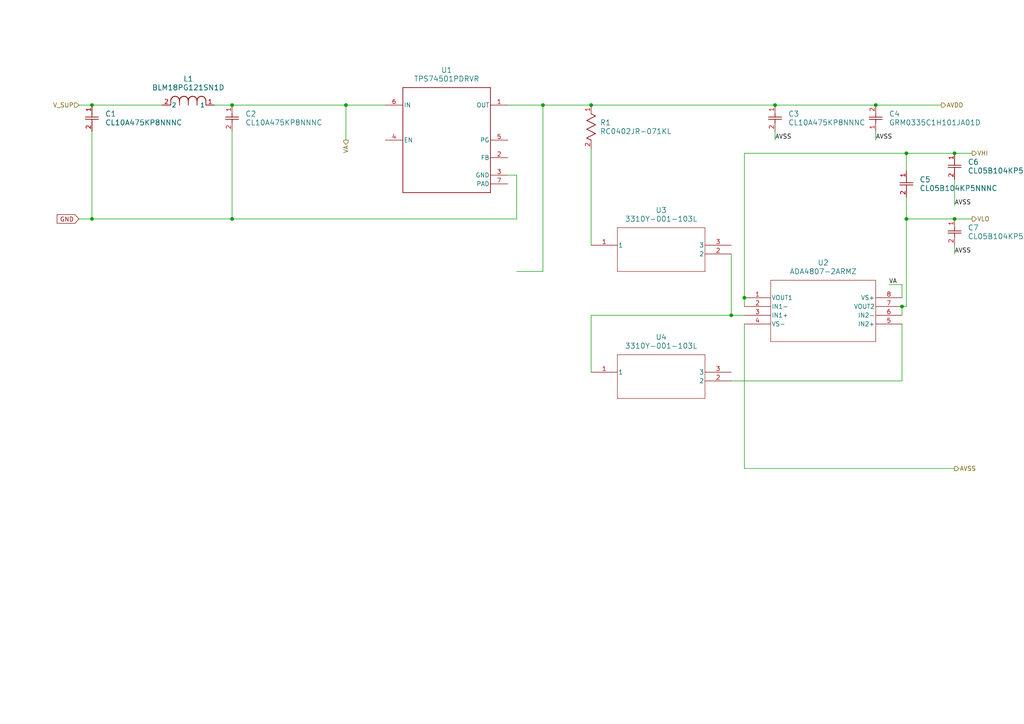
<source format=kicad_sch>
(kicad_sch (version 20231120) (generator "eeschema") (generator_version "8.0")
  (paper "A4")
  (lib_symbols
    (symbol "LDO:TPS74501PDRVR" (pin_names (offset 0.254))
      (property "Reference" "U" (at 0 2.54 0))
      (property "Value" "TPS74501PDRVR" (at 0 0 0))
      (symbol "TPS74501PDRVR_0_1"
        (polyline (pts (xy -12.7 -15.24) (xy 12.7 -15.24)) (stroke (width 0.2032)))
        (polyline (pts (xy -12.7 15.24) (xy -12.7 -15.24)) (stroke (width 0.2032)))
        (polyline (pts (xy 12.7 -15.24) (xy 12.7 15.24)) (stroke (width 0.2032)))
        (polyline (pts (xy 12.7 15.24) (xy -12.7 15.24)) (stroke (width 0.2032)))
        (pin power_in line (at 17.78 10.16 180) (length 5.08) (name "OUT") (number "1"))
        (pin input line (at 17.78 -5.08 180) (length 5.08) (name "FB") (number "2"))
        (pin power_in line (at 17.78 -10.16 180) (length 5.08) (name "GND") (number "3"))
        (pin input line (at -17.78 0 0) (length 5.08) (name "EN") (number "4"))
        (pin open_collector line (at 17.78 0 180) (length 5.08) (name "PG") (number "5"))
        (pin power_in line (at -17.78 10.16 0) (length 5.08) (name "IN") (number "6"))
        (pin power_in line (at 17.78 -12.7 180) (length 5.08) (name "PAD") (number "7"))
      )
    )
    (symbol "cap100nF:CL05B104KP5NNNC" (pin_names (offset 0.254))
      (property "Reference" "C" (at 3.81 3.81 0))
      (property "Value" "CL05B104KP5NNNC" (at 3.81 -3.81 0))
      (symbol "CL05B104KP5NNNC_1_1"
        (polyline (pts (xy 2.54 0) (xy 3.4798 0)) (stroke (width 0.2032)))
        (polyline (pts (xy 3.4798 -1.905) (xy 3.4798 1.905)) (stroke (width 0.2032)))
        (polyline (pts (xy 4.1148 -1.905) (xy 4.1148 1.905)) (stroke (width 0.2032)))
        (polyline (pts (xy 4.1148 0) (xy 5.08 0)) (stroke (width 0.2032)))
        (pin unspecified line (at 0 0 0) (length 2.54) (name "") (number "1"))
        (pin unspecified line (at 7.62 0 180) (length 2.54) (name "") (number "2"))
      )
      (symbol "CL05B104KP5NNNC_1_2"
        (polyline (pts (xy -1.905 -4.1148) (xy 1.905 -4.1148)) (stroke (width 0.2032)))
        (polyline (pts (xy -1.905 -3.4798) (xy 1.905 -3.4798)) (stroke (width 0.2032)))
        (polyline (pts (xy 0 -4.1148) (xy 0 -5.08)) (stroke (width 0.2032)))
        (polyline (pts (xy 0 -2.54) (xy 0 -3.4798)) (stroke (width 0.2032)))
        (pin unspecified line (at 0 0 270) (length 2.54) (name "") (number "1"))
        (pin unspecified line (at 0 -7.62 90) (length 2.54) (name "") (number "2"))
      )
    )
    (symbol "cap100pF:GRM0335C1H101JA01D" (pin_names (offset 0.254))
      (property "Reference" "C" (at 3.81 3.81 0))
      (property "Value" "GRM0335C1H101JA01D" (at 3.81 -3.81 0))
      (symbol "GRM0335C1H101JA01D_1_1"
        (polyline (pts (xy 2.54 0) (xy 3.4798 0)) (stroke (width 0.2032)))
        (polyline (pts (xy 3.4798 -1.905) (xy 3.4798 1.905)) (stroke (width 0.2032)))
        (polyline (pts (xy 4.1148 -1.905) (xy 4.1148 1.905)) (stroke (width 0.2032)))
        (polyline (pts (xy 4.1148 0) (xy 5.08 0)) (stroke (width 0.2032)))
        (pin unspecified line (at 0 0 0) (length 2.54) (name "") (number "1"))
        (pin unspecified line (at 7.62 0 180) (length 2.54) (name "") (number "2"))
      )
      (symbol "GRM0335C1H101JA01D_1_2"
        (polyline (pts (xy -1.905 -4.1148) (xy 1.905 -4.1148)) (stroke (width 0.2032)))
        (polyline (pts (xy -1.905 -3.4798) (xy 1.905 -3.4798)) (stroke (width 0.2032)))
        (polyline (pts (xy 0 -4.1148) (xy 0 -5.08)) (stroke (width 0.2032)))
        (polyline (pts (xy 0 -2.54) (xy 0 -3.4798)) (stroke (width 0.2032)))
        (pin unspecified line (at 0 0 270) (length 2.54) (name "") (number "1"))
        (pin unspecified line (at 0 -7.62 90) (length 2.54) (name "") (number "2"))
      )
    )
    (symbol "cap4.7uF:CL10A475KP8NNNC" (pin_names (offset 0.254))
      (property "Reference" "C" (at 3.81 3.81 0))
      (property "Value" "CL10A475KP8NNNC" (at 3.81 -3.81 0))
      (symbol "CL10A475KP8NNNC_1_1"
        (polyline (pts (xy 2.54 0) (xy 3.4798 0)) (stroke (width 0.2032)))
        (polyline (pts (xy 3.4798 -1.905) (xy 3.4798 1.905)) (stroke (width 0.2032)))
        (polyline (pts (xy 4.1148 -1.905) (xy 4.1148 1.905)) (stroke (width 0.2032)))
        (polyline (pts (xy 4.1148 0) (xy 5.08 0)) (stroke (width 0.2032)))
        (pin unspecified line (at 0 0 0) (length 2.54) (name "") (number "1"))
        (pin unspecified line (at 7.62 0 180) (length 2.54) (name "") (number "2"))
      )
      (symbol "CL10A475KP8NNNC_1_2"
        (polyline (pts (xy -1.905 -4.1148) (xy 1.905 -4.1148)) (stroke (width 0.2032)))
        (polyline (pts (xy -1.905 -3.4798) (xy 1.905 -3.4798)) (stroke (width 0.2032)))
        (polyline (pts (xy 0 -4.1148) (xy 0 -5.08)) (stroke (width 0.2032)))
        (polyline (pts (xy 0 -2.54) (xy 0 -3.4798)) (stroke (width 0.2032)))
        (pin unspecified line (at 0 0 270) (length 2.54) (name "") (number "1"))
        (pin unspecified line (at 0 -7.62 90) (length 2.54) (name "") (number "2"))
      )
    )
    (symbol "ferriteBeads120Ohm:BLM18PG121SN1D" (pin_names (offset 0.254))
      (property "Reference" "L" (at 6.985 5.08 0))
      (property "Value" "BLM18PG121SN1D" (at 6.985 -2.54 0))
      (symbol "BLM18PG121SN1D_1_1"
        (polyline (pts (xy 2.54 0) (xy 2.54 1.27)) (stroke (width 0.2032)))
        (polyline (pts (xy 5.08 0) (xy 5.08 1.27)) (stroke (width 0.2032)))
        (polyline (pts (xy 7.62 0) (xy 7.62 1.27)) (stroke (width 0.2032)))
        (polyline (pts (xy 10.16 0) (xy 10.16 1.27)) (stroke (width 0.2032)))
        (polyline (pts (xy 12.7 0) (xy 12.7 1.27)) (stroke (width 0.2032)))
        (arc (start 5.08 1.27) (mid 3.81 2.5344) (end 2.54 1.27) (stroke (width 0.254)))
        (arc (start 7.62 1.27) (mid 6.35 2.5344) (end 5.08 1.27) (stroke (width 0.254)))
        (arc (start 10.16 1.27) (mid 8.89 2.5344) (end 7.62 1.27) (stroke (width 0.254)))
        (arc (start 12.7 1.27) (mid 11.43 2.5344) (end 10.16 1.27) (stroke (width 0.254)))
        (pin unspecified line (at 15.24 0 180) (length 2.54) (name "1") (number "1"))
        (pin unspecified line (at 0 0 0) (length 2.54) (name "2") (number "2"))
      )
      (symbol "BLM18PG121SN1D_1_2"
        (arc (start -1.27 5.08) (mid -2.5344 3.81) (end -1.27 2.54) (stroke (width 0.254)))
        (arc (start -1.27 7.62) (mid -2.5344 6.35) (end -1.27 5.08) (stroke (width 0.254)))
        (arc (start -1.27 10.16) (mid -2.5344 8.89) (end -1.27 7.62) (stroke (width 0.254)))
        (arc (start -1.27 12.7) (mid -2.5344 11.43) (end -1.27 10.16) (stroke (width 0.254)))
        (polyline (pts (xy 0 2.54) (xy -1.27 2.54)) (stroke (width 0.2032)))
        (polyline (pts (xy 0 5.08) (xy -1.27 5.08)) (stroke (width 0.2032)))
        (polyline (pts (xy 0 7.62) (xy -1.27 7.62)) (stroke (width 0.2032)))
        (polyline (pts (xy 0 10.16) (xy -1.27 10.16)) (stroke (width 0.2032)))
        (polyline (pts (xy 0 12.7) (xy -1.27 12.7)) (stroke (width 0.2032)))
        (pin unspecified line (at 0 15.24 270) (length 2.54) (name "1") (number "1"))
        (pin unspecified line (at 0 0 90) (length 2.54) (name "2") (number "2"))
      )
    )
    (symbol "opAmp:ADA4807-2ARMZ" (pin_names (offset 0.254))
      (property "Reference" "U" (at 22.86 10.16 0))
      (property "Value" "ADA4807-2ARMZ" (at 22.86 7.62 0))
      (symbol "ADA4807-2ARMZ_0_1"
        (polyline (pts (xy 7.62 -12.7) (xy 38.1 -12.7)) (stroke (width 0.127)))
        (polyline (pts (xy 7.62 5.08) (xy 7.62 -12.7)) (stroke (width 0.127)))
        (polyline (pts (xy 38.1 -12.7) (xy 38.1 5.08)) (stroke (width 0.127)))
        (polyline (pts (xy 38.1 5.08) (xy 7.62 5.08)) (stroke (width 0.127)))
        (pin output line (at 0 0 0) (length 7.62) (name "VOUT1") (number "1"))
        (pin input line (at 0 -2.54 0) (length 7.62) (name "IN1-") (number "2"))
        (pin input line (at 0 -5.08 0) (length 7.62) (name "IN1+") (number "3"))
        (pin power_in line (at 0 -7.62 0) (length 7.62) (name "VS-") (number "4"))
        (pin input line (at 45.72 -7.62 180) (length 7.62) (name "IN2+") (number "5"))
        (pin input line (at 45.72 -5.08 180) (length 7.62) (name "IN2-") (number "6"))
        (pin output line (at 45.72 -2.54 180) (length 7.62) (name "VOUT2") (number "7"))
        (pin power_in line (at 45.72 0 180) (length 7.62) (name "VS+") (number "8"))
      )
    )
    (symbol "potentiometer:3310Y-001-103L" (pin_names (offset 0.254))
      (property "Reference" "U" (at 20.32 10.16 0))
      (property "Value" "3310Y-001-103L" (at 20.32 7.62 0))
      (symbol "3310Y-001-103L_0_1"
        (polyline (pts (xy 7.62 -7.62) (xy 33.02 -7.62)) (stroke (width 0.127)))
        (polyline (pts (xy 7.62 5.08) (xy 7.62 -7.62)) (stroke (width 0.127)))
        (polyline (pts (xy 33.02 -7.62) (xy 33.02 5.08)) (stroke (width 0.127)))
        (polyline (pts (xy 33.02 5.08) (xy 7.62 5.08)) (stroke (width 0.127)))
        (pin unspecified line (at 0 0 0) (length 7.62) (name "1") (number "1"))
        (pin unspecified line (at 40.64 -2.54 180) (length 7.62) (name "2") (number "2"))
        (pin unspecified line (at 40.64 0 180) (length 7.62) (name "3") (number "3"))
      )
    )
    (symbol "resistor1k:RC0402JR-071KL" (pin_names (offset 0.254))
      (property "Reference" "R" (at 5.715 3.81 0))
      (property "Value" "RC0402JR-071KL" (at 6.35 -3.81 0))
      (symbol "RC0402JR-071KL_1_1"
        (polyline (pts (xy 2.54 0) (xy 3.175 1.27)) (stroke (width 0.2032)))
        (polyline (pts (xy 3.175 1.27) (xy 4.445 -1.27)) (stroke (width 0.2032)))
        (polyline (pts (xy 4.445 -1.27) (xy 5.715 1.27)) (stroke (width 0.2032)))
        (polyline (pts (xy 5.715 1.27) (xy 6.985 -1.27)) (stroke (width 0.2032)))
        (polyline (pts (xy 6.985 -1.27) (xy 8.255 1.27)) (stroke (width 0.2032)))
        (polyline (pts (xy 8.255 1.27) (xy 9.525 -1.27)) (stroke (width 0.2032)))
        (polyline (pts (xy 9.525 -1.27) (xy 10.16 0)) (stroke (width 0.2032)))
        (pin unspecified line (at 12.7 0 180) (length 2.54) (name "") (number "1"))
        (pin unspecified line (at 0 0 0) (length 2.54) (name "") (number "2"))
      )
      (symbol "RC0402JR-071KL_1_2"
        (polyline (pts (xy -1.27 3.175) (xy 1.27 4.445)) (stroke (width 0.2032)))
        (polyline (pts (xy -1.27 5.715) (xy 1.27 6.985)) (stroke (width 0.2032)))
        (polyline (pts (xy -1.27 8.255) (xy 1.27 9.525)) (stroke (width 0.2032)))
        (polyline (pts (xy 0 2.54) (xy -1.27 3.175)) (stroke (width 0.2032)))
        (polyline (pts (xy 1.27 4.445) (xy -1.27 5.715)) (stroke (width 0.2032)))
        (polyline (pts (xy 1.27 6.985) (xy -1.27 8.255)) (stroke (width 0.2032)))
        (polyline (pts (xy 1.27 9.525) (xy 0 10.16)) (stroke (width 0.2032)))
        (pin unspecified line (at 0 12.7 270) (length 2.54) (name "") (number "1"))
        (pin unspecified line (at 0 0 90) (length 2.54) (name "") (number "2"))
      )
    )
  )
  (junction (at 26.67 63.5))
  (junction (at 276.86 44.45))
  (junction (at 262.89 63.5))
  (junction (at 212.09 91.44))
  (junction (at 26.67 30.48))
  (junction (at 224.79 30.48))
  (junction (at 261.62 88.9))
  (junction (at 157.48 30.48))
  (junction (at 100.33 30.48))
  (junction (at 276.86 63.5))
  (junction (at 67.31 63.5))
  (junction (at 171.45 30.48))
  (junction (at 67.31 30.48))
  (junction (at 215.9 86.36))
  (junction (at 254 30.48))
  (junction (at 262.89 44.45))
  (wire (pts (xy 254 30.48) (xy 273.05 30.48)))
  (wire (pts (xy 276.86 63.5) (xy 281.94 63.5)))
  (wire (pts (xy 261.62 110.49) (xy 261.62 93.98)))
  (wire (pts (xy 67.31 38.1) (xy 67.31 63.5)))
  (wire (pts (xy 22.86 30.48) (xy 26.67 30.48)))
  (wire (pts (xy 157.48 30.48) (xy 171.45 30.48)))
  (wire (pts (xy 149.86 63.5) (xy 67.31 63.5)))
  (wire (pts (xy 100.33 30.48) (xy 111.76 30.48)))
  (wire (pts (xy 171.45 91.44) (xy 171.45 107.95)))
  (wire (pts (xy 149.86 78.74) (xy 157.48 78.74)))
  (wire (pts (xy 26.67 38.1) (xy 26.67 63.5)))
  (wire (pts (xy 26.67 63.5) (xy 22.86 63.5)))
  (wire (pts (xy 224.79 38.1) (xy 224.79 40.64)))
  (wire (pts (xy 215.9 86.36) (xy 215.9 88.9)))
  (wire (pts (xy 276.86 44.45) (xy 281.94 44.45)))
  (wire (pts (xy 276.86 71.12) (xy 276.86 73.66)))
  (wire (pts (xy 67.31 30.48) (xy 100.33 30.48)))
  (wire (pts (xy 212.09 91.44) (xy 171.45 91.44)))
  (wire (pts (xy 67.31 63.5) (xy 26.67 63.5)))
  (wire (pts (xy 26.67 30.48) (xy 46.99 30.48)))
  (wire (pts (xy 171.45 43.18) (xy 171.45 71.12)))
  (wire (pts (xy 261.62 88.9) (xy 262.89 88.9)))
  (wire (pts (xy 262.89 63.5) (xy 262.89 88.9)))
  (wire (pts (xy 257.81 82.55) (xy 261.62 82.55)))
  (wire (pts (xy 215.9 135.89) (xy 276.86 135.89)))
  (wire (pts (xy 147.32 30.48) (xy 157.48 30.48)))
  (wire (pts (xy 215.9 86.36) (xy 215.9 44.45)))
  (wire (pts (xy 261.62 82.55) (xy 261.62 86.36)))
  (wire (pts (xy 212.09 110.49) (xy 261.62 110.49)))
  (wire (pts (xy 171.45 30.48) (xy 224.79 30.48)))
  (wire (pts (xy 212.09 91.44) (xy 215.9 91.44)))
  (wire (pts (xy 149.86 50.8) (xy 149.86 63.5)))
  (wire (pts (xy 62.23 30.48) (xy 67.31 30.48)))
  (wire (pts (xy 147.32 50.8) (xy 149.86 50.8)))
  (wire (pts (xy 215.9 44.45) (xy 262.89 44.45)))
  (wire (pts (xy 262.89 44.45) (xy 276.86 44.45)))
  (wire (pts (xy 100.33 30.48) (xy 100.33 40.64)))
  (wire (pts (xy 157.48 30.48) (xy 157.48 78.74)))
  (wire (pts (xy 215.9 93.98) (xy 215.9 135.89)))
  (wire (pts (xy 254 38.1) (xy 254 40.64)))
  (wire (pts (xy 224.79 30.48) (xy 254 30.48)))
  (wire (pts (xy 262.89 57.15) (xy 262.89 63.5)))
  (wire (pts (xy 276.86 52.07) (xy 276.86 59.69)))
  (wire (pts (xy 262.89 63.5) (xy 276.86 63.5)))
  (wire (pts (xy 212.09 73.66) (xy 212.09 91.44)))
  (wire (pts (xy 261.62 88.9) (xy 261.62 91.44)))
  (wire (pts (xy 262.89 44.45) (xy 262.89 49.53)))
  (label "AVSS" (at 224.79 40.64 0))
  (label "AVSS" (at 276.86 73.66 0))
  (label "VA" (at 257.81 82.55 0))
  (label "AVSS" (at 254 40.64 0))
  (label "AVSS" (at 276.86 59.69 0))
  (global_label "GND" (shape input) (at 22.86 63.5 180) (property "Intersheetrefs" "${INTERSHEET_REFS}" (effects (hide yes))))
  (hierarchical_label "AVSS" (shape output) (at 276.86 135.89 0))
  (hierarchical_label "VHI" (shape output) (at 281.94 44.45 0))
  (hierarchical_label "V_SUP" (shape input) (at 22.86 30.48 180))
  (hierarchical_label "VA" (shape output) (at 100.33 40.64 270))
  (hierarchical_label "AVDD" (shape output) (at 273.05 30.48 0))
  (hierarchical_label "VLO" (shape output) (at 281.94 63.5 0))
  (symbol (lib_id "potentiometer:3310Y-001-103L") (at 171.45 71.12 0) (unit 1)
    (property "Reference" "U3" (at 191.77 60.96 0) (effects (font (size 1.524 1.524))))
    (property "Value" "3310Y-001-103L" (at 191.77 63.5 0) (effects (font (size 1.524 1.524))))
    (property "Footprint" "TO_3310Y" (effects (hide yes)))
    (property "Datasheet" "3310Y-001-103L" (effects (hide yes)))
  )
  (symbol (lib_id "ferriteBeads120Ohm:BLM18PG121SN1D") (at 46.99 30.48 0) (unit 1)
    (property "Reference" "L1" (at 54.61 22.86 0) (effects (font (size 1.524 1.524))))
    (property "Value" "BLM18PG121SN1D" (at 54.61 25.4 0) (effects (font (size 1.524 1.524))))
    (property "Footprint" "IND_BLM18_0603_MUR" (effects (hide yes)))
    (property "Datasheet" "BLM18PG121SN1D" (effects (hide yes)))
  )
  (symbol (lib_id "cap4.7uF:CL10A475KP8NNNC") (at 67.31 30.48 270) (unit 1)
    (property "Reference" "C2" (at 71.12 33.0199 90) (effects (font (size 1.524 1.524)) (justify left)))
    (property "Value" "CL10A475KP8NNNC" (at 71.12 35.5599 90) (effects (font (size 1.524 1.524)) (justify left)))
    (property "Footprint" "CAP_0603_CL10A_1P6XP8_SAM" (effects (hide yes)))
    (property "Datasheet" "CL10A475KP8NNNC" (effects (hide yes)))
  )
  (symbol (lib_id "cap100nF:CL05B104KP5NNNC") (at 276.86 44.45 270) (unit 1)
    (property "Reference" "C6" (at 280.67 46.9899 90) (effects (font (size 1.524 1.524)) (justify left)))
    (property "Value" "CL05B104KP5NNNC" (at 280.67 49.5299 90) (effects (font (size 1.524 1.524)) (justify left)))
    (property "Footprint" "CAP_CL05_SAM" (effects (hide yes)))
    (property "Datasheet" "CL05B104KP5NNNC" (effects (hide yes)))
  )
  (symbol (lib_id "cap4.7uF:CL10A475KP8NNNC") (at 224.79 30.48 270) (unit 1)
    (property "Reference" "C3" (at 228.6 33.0199 90) (effects (font (size 1.524 1.524)) (justify left)))
    (property "Value" "CL10A475KP8NNNC" (at 228.6 35.5599 90) (effects (font (size 1.524 1.524)) (justify left)))
    (property "Footprint" "CAP_0603_CL10A_1P6XP8_SAM" (effects (hide yes)))
    (property "Datasheet" "CL10A475KP8NNNC" (effects (hide yes)))
  )
  (symbol (lib_id "cap100nF:CL05B104KP5NNNC") (at 262.89 49.53 270) (unit 1)
    (property "Reference" "C5" (at 266.7 52.0699 90) (effects (font (size 1.524 1.524)) (justify left)))
    (property "Value" "CL05B104KP5NNNC" (at 266.7 54.6099 90) (effects (font (size 1.524 1.524)) (justify left)))
    (property "Footprint" "CAP_CL05_SAM" (effects (hide yes)))
    (property "Datasheet" "CL05B104KP5NNNC" (effects (hide yes)))
  )
  (symbol (lib_id "cap4.7uF:CL10A475KP8NNNC") (at 26.67 30.48 270) (unit 1)
    (property "Reference" "C1" (at 30.48 33.0199 90) (effects (font (size 1.524 1.524)) (justify left)))
    (property "Value" "CL10A475KP8NNNC" (at 30.48 35.5599 90) (effects (font (size 1.524 1.524)) (justify left)))
    (property "Footprint" "CAP_0603_CL10A_1P6XP8_SAM" (effects (hide yes)))
    (property "Datasheet" "CL10A475KP8NNNC" (effects (hide yes)))
  )
  (symbol (lib_id "opAmp:ADA4807-2ARMZ") (at 215.9 86.36 0) (unit 1)
    (property "Reference" "U2" (at 238.76 76.2 0) (effects (font (size 1.524 1.524))))
    (property "Value" "ADA4807-2ARMZ" (at 238.76 78.74 0) (effects (font (size 1.524 1.524))))
    (property "Footprint" "RM-8_ADI" (effects (hide yes)))
    (property "Datasheet" "ADA4807-2ARMZ" (effects (hide yes)))
  )
  (symbol (lib_id "potentiometer:3310Y-001-103L") (at 171.45 107.95 0) (unit 1)
    (property "Reference" "U4" (at 191.77 97.79 0) (effects (font (size 1.524 1.524))))
    (property "Value" "3310Y-001-103L" (at 191.77 100.33 0) (effects (font (size 1.524 1.524))))
    (property "Footprint" "TO_3310Y" (effects (hide yes)))
    (property "Datasheet" "3310Y-001-103L" (effects (hide yes)))
  )
  (symbol (lib_id "cap100nF:CL05B104KP5NNNC") (at 276.86 63.5 270) (unit 1)
    (property "Reference" "C7" (at 280.67 66.0399 90) (effects (font (size 1.524 1.524)) (justify left)))
    (property "Value" "CL05B104KP5NNNC" (at 280.67 68.5799 90) (effects (font (size 1.524 1.524)) (justify left)))
    (property "Footprint" "CAP_CL05_SAM" (effects (hide yes)))
    (property "Datasheet" "CL05B104KP5NNNC" (effects (hide yes)))
  )
  (symbol (lib_id "cap100pF:GRM0335C1H101JA01D") (at 254 38.1 90) (unit 1)
    (property "Reference" "C4" (at 257.81 33.0199 90) (effects (font (size 1.524 1.524)) (justify right)))
    (property "Value" "GRM0335C1H101JA01D" (at 257.81 35.5599 90) (effects (font (size 1.524 1.524)) (justify right)))
    (property "Footprint" "G-033_MUR" (effects (hide yes)))
    (property "Datasheet" "GRM0335C1H101JA01D" (effects (hide yes)))
  )
  (symbol (lib_id "resistor1k:RC0402JR-071KL") (at 171.45 43.18 90) (unit 1)
    (property "Reference" "R1" (at 173.99 35.5599 90) (effects (font (size 1.524 1.524)) (justify right)))
    (property "Value" "RC0402JR-071KL" (at 173.99 38.0999 90) (effects (font (size 1.524 1.524)) (justify right)))
    (property "Footprint" "RC0402N_YAG" (effects (hide yes)))
    (property "Datasheet" "RC0402JR-071KL" (effects (hide yes)))
  )
  (symbol (lib_id "LDO:TPS74501PDRVR") (at 129.54 40.64 0) (unit 1)
    (property "Reference" "U1" (at 129.54 20.32 0) (effects (font (size 1.524 1.524))))
    (property "Value" "TPS74501PDRVR" (at 129.54 22.86 0) (effects (font (size 1.524 1.524))))
    (property "Footprint" "DRV0006A" (effects (hide yes)))
    (property "Datasheet" "TPS74501PDRVR" (effects (hide yes)))
  )
)
</source>
